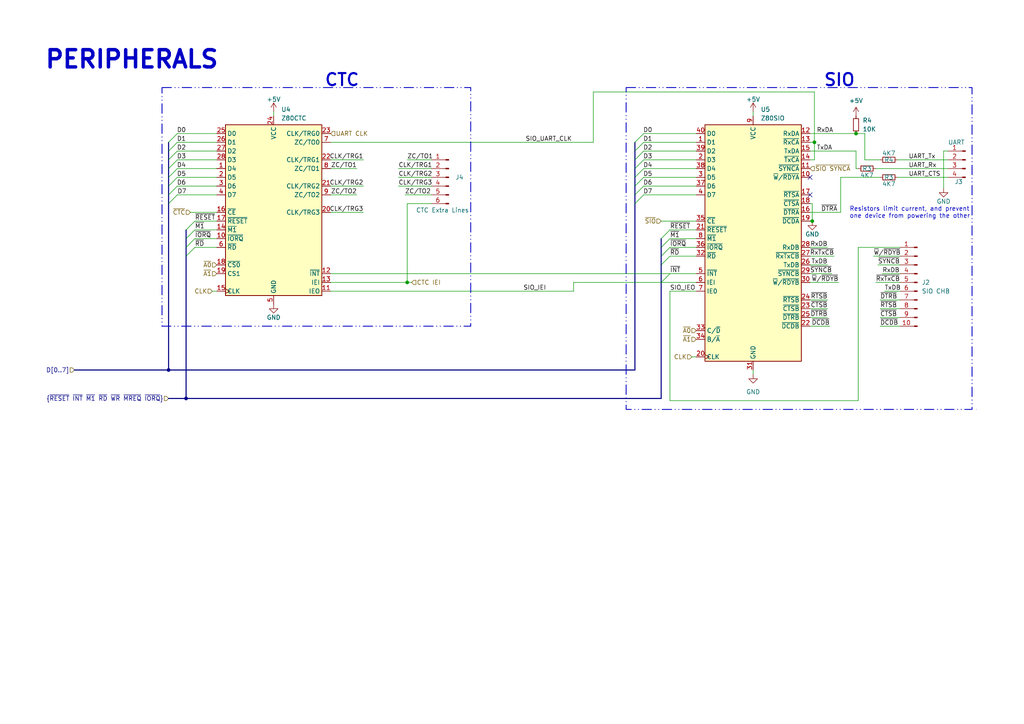
<source format=kicad_sch>
(kicad_sch (version 20230121) (generator eeschema)
  (paper "A4")
  (title_block (title "JML-8-Mini Schematic") (date "2023-10-02") (rev "A") (company "https://github.com/jac-oblong/JML") (comment 1 "Design of Z80 based microcomputer") (comment 3 "Released under MIT License") (comment 4 "Created by: Jacob Long (https://github.com/jac-oblong)"))
  (lib_symbols
    (symbol "Connector:Conn_01x04_Pin" (pin_names (offset 1.016) hide)
      (property "Reference" "J" (at 0 5.08 0))
      (property "Value" "Conn_01x04_Pin" (at 0 -7.62 0))
      (symbol "Conn_01x04_Pin_1_1"
        (polyline (pts (xy 1.27 -5.08) (xy 0.8636 -5.08)) (stroke (width 0.1524)))
        (polyline (pts (xy 1.27 -2.54) (xy 0.8636 -2.54)) (stroke (width 0.1524)))
        (polyline (pts (xy 1.27 0) (xy 0.8636 0)) (stroke (width 0.1524)))
        (polyline (pts (xy 1.27 2.54) (xy 0.8636 2.54)) (stroke (width 0.1524)))
        (rectangle (start 0.8636 -4.953) (end 0 -5.207) (stroke (width 0.1524)) (fill (type outline)))
        (rectangle (start 0.8636 -2.413) (end 0 -2.667) (stroke (width 0.1524)) (fill (type outline)))
        (rectangle (start 0.8636 0.127) (end 0 -0.127) (stroke (width 0.1524)) (fill (type outline)))
        (rectangle (start 0.8636 2.667) (end 0 2.413) (stroke (width 0.1524)) (fill (type outline)))
        (pin passive line (at 5.08 2.54 180) (length 3.81) (name "Pin_1") (number "1"))
        (pin passive line (at 5.08 0 180) (length 3.81) (name "Pin_2") (number "2"))
        (pin passive line (at 5.08 -2.54 180) (length 3.81) (name "Pin_3") (number "3"))
        (pin passive line (at 5.08 -5.08 180) (length 3.81) (name "Pin_4") (number "4"))
      )
    )
    (symbol "Connector:Conn_01x06_Pin" (pin_names (offset 1.016) hide)
      (property "Reference" "J" (at 0 7.62 0))
      (property "Value" "Conn_01x06_Pin" (at 0 -10.16 0))
      (symbol "Conn_01x06_Pin_1_1"
        (polyline (pts (xy 1.27 -7.62) (xy 0.8636 -7.62)) (stroke (width 0.1524)))
        (polyline (pts (xy 1.27 -5.08) (xy 0.8636 -5.08)) (stroke (width 0.1524)))
        (polyline (pts (xy 1.27 -2.54) (xy 0.8636 -2.54)) (stroke (width 0.1524)))
        (polyline (pts (xy 1.27 0) (xy 0.8636 0)) (stroke (width 0.1524)))
        (polyline (pts (xy 1.27 2.54) (xy 0.8636 2.54)) (stroke (width 0.1524)))
        (polyline (pts (xy 1.27 5.08) (xy 0.8636 5.08)) (stroke (width 0.1524)))
        (rectangle (start 0.8636 -7.493) (end 0 -7.747) (stroke (width 0.1524)) (fill (type outline)))
        (rectangle (start 0.8636 -4.953) (end 0 -5.207) (stroke (width 0.1524)) (fill (type outline)))
        (rectangle (start 0.8636 -2.413) (end 0 -2.667) (stroke (width 0.1524)) (fill (type outline)))
        (rectangle (start 0.8636 0.127) (end 0 -0.127) (stroke (width 0.1524)) (fill (type outline)))
        (rectangle (start 0.8636 2.667) (end 0 2.413) (stroke (width 0.1524)) (fill (type outline)))
        (rectangle (start 0.8636 5.207) (end 0 4.953) (stroke (width 0.1524)) (fill (type outline)))
        (pin passive line (at 5.08 5.08 180) (length 3.81) (name "Pin_1") (number "1"))
        (pin passive line (at 5.08 2.54 180) (length 3.81) (name "Pin_2") (number "2"))
        (pin passive line (at 5.08 0 180) (length 3.81) (name "Pin_3") (number "3"))
        (pin passive line (at 5.08 -2.54 180) (length 3.81) (name "Pin_4") (number "4"))
        (pin passive line (at 5.08 -5.08 180) (length 3.81) (name "Pin_5") (number "5"))
        (pin passive line (at 5.08 -7.62 180) (length 3.81) (name "Pin_6") (number "6"))
      )
    )
    (symbol "Connector:Conn_01x10_Pin" (pin_names (offset 1.016) hide)
      (property "Reference" "J" (at 0 12.7 0))
      (property "Value" "Conn_01x10_Pin" (at 0 -15.24 0))
      (symbol "Conn_01x10_Pin_1_1"
        (polyline (pts (xy 1.27 -12.7) (xy 0.8636 -12.7)) (stroke (width 0.1524)))
        (polyline (pts (xy 1.27 -10.16) (xy 0.8636 -10.16)) (stroke (width 0.1524)))
        (polyline (pts (xy 1.27 -7.62) (xy 0.8636 -7.62)) (stroke (width 0.1524)))
        (polyline (pts (xy 1.27 -5.08) (xy 0.8636 -5.08)) (stroke (width 0.1524)))
        (polyline (pts (xy 1.27 -2.54) (xy 0.8636 -2.54)) (stroke (width 0.1524)))
        (polyline (pts (xy 1.27 0) (xy 0.8636 0)) (stroke (width 0.1524)))
        (polyline (pts (xy 1.27 2.54) (xy 0.8636 2.54)) (stroke (width 0.1524)))
        (polyline (pts (xy 1.27 5.08) (xy 0.8636 5.08)) (stroke (width 0.1524)))
        (polyline (pts (xy 1.27 7.62) (xy 0.8636 7.62)) (stroke (width 0.1524)))
        (polyline (pts (xy 1.27 10.16) (xy 0.8636 10.16)) (stroke (width 0.1524)))
        (rectangle (start 0.8636 -12.573) (end 0 -12.827) (stroke (width 0.1524)) (fill (type outline)))
        (rectangle (start 0.8636 -10.033) (end 0 -10.287) (stroke (width 0.1524)) (fill (type outline)))
        (rectangle (start 0.8636 -7.493) (end 0 -7.747) (stroke (width 0.1524)) (fill (type outline)))
        (rectangle (start 0.8636 -4.953) (end 0 -5.207) (stroke (width 0.1524)) (fill (type outline)))
        (rectangle (start 0.8636 -2.413) (end 0 -2.667) (stroke (width 0.1524)) (fill (type outline)))
        (rectangle (start 0.8636 0.127) (end 0 -0.127) (stroke (width 0.1524)) (fill (type outline)))
        (rectangle (start 0.8636 2.667) (end 0 2.413) (stroke (width 0.1524)) (fill (type outline)))
        (rectangle (start 0.8636 5.207) (end 0 4.953) (stroke (width 0.1524)) (fill (type outline)))
        (rectangle (start 0.8636 7.747) (end 0 7.493) (stroke (width 0.1524)) (fill (type outline)))
        (rectangle (start 0.8636 10.287) (end 0 10.033) (stroke (width 0.1524)) (fill (type outline)))
        (pin passive line (at 5.08 10.16 180) (length 3.81) (name "Pin_1") (number "1"))
        (pin passive line (at 5.08 -12.7 180) (length 3.81) (name "Pin_10") (number "10"))
        (pin passive line (at 5.08 7.62 180) (length 3.81) (name "Pin_2") (number "2"))
        (pin passive line (at 5.08 5.08 180) (length 3.81) (name "Pin_3") (number "3"))
        (pin passive line (at 5.08 2.54 180) (length 3.81) (name "Pin_4") (number "4"))
        (pin passive line (at 5.08 0 180) (length 3.81) (name "Pin_5") (number "5"))
        (pin passive line (at 5.08 -2.54 180) (length 3.81) (name "Pin_6") (number "6"))
        (pin passive line (at 5.08 -5.08 180) (length 3.81) (name "Pin_7") (number "7"))
        (pin passive line (at 5.08 -7.62 180) (length 3.81) (name "Pin_8") (number "8"))
        (pin passive line (at 5.08 -10.16 180) (length 3.81) (name "Pin_9") (number "9"))
      )
    )
    (symbol "Device:R_Small" (pin_numbers hide) (pin_names (offset 0.254) hide)
      (property "Reference" "R" (at 0.762 0.508 0))
      (property "Value" "R_Small" (at 0.762 -1.016 0))
      (symbol "R_Small_0_1"
        (rectangle (start -0.762 1.778) (end 0.762 -1.778) (stroke (width 0.2032)))
      )
      (symbol "R_Small_1_1"
        (pin passive line (at 0 2.54 270) (length 0.762) (name "~") (number "1"))
        (pin passive line (at 0 -2.54 90) (length 0.762) (name "~") (number "2"))
      )
    )
    (symbol "jml-8-mini-library:Z80_CTC"
      (property "Reference" "U" (at -12.7 24.13 0))
      (property "Value" "Z80 CTC" (at 8.89 -27.94 0))
      (symbol "Z80_CTC_1_1"
        (rectangle (start -13.97 22.86) (end 13.97 -26.67) (stroke (width 0.25)) (fill (type background)))
        (pin bidirectional line (at -16.51 10.16 0) (length 2.54) (name "D4") (number "1"))
        (pin input line (at -16.51 -10.16 0) (length 2.54) (name "~{IORQ}") (number "10"))
        (pin output line (at 16.51 -25.4 180) (length 2.54) (name "IEO") (number "11"))
        (pin open_collector line (at 16.51 -20.32 180) (length 2.54) (name "~{INT}") (number "12"))
        (pin input line (at 16.51 -22.86 180) (length 2.54) (name "IEI") (number "13"))
        (pin input line (at -16.51 -7.62 0) (length 2.54) (name "~{M1}") (number "14"))
        (pin input clock (at -16.51 -25.4 0) (length 2.54) (name "CLK") (number "15"))
        (pin input line (at -16.51 -2.54 0) (length 2.54) (name "~{CE}") (number "16"))
        (pin input line (at -16.51 -5.08 0) (length 2.54) (name "~{RESET}") (number "17"))
        (pin input line (at -16.51 -17.78 0) (length 2.54) (name "~{CS0}") (number "18"))
        (pin input line (at -16.51 -20.32 0) (length 2.54) (name "CS1") (number "19"))
        (pin bidirectional line (at -16.51 7.62 0) (length 2.54) (name "D5") (number "2"))
        (pin input line (at 16.51 -2.54 180) (length 2.54) (name "CLK/TRG3") (number "20"))
        (pin input line (at 16.51 5.08 180) (length 2.54) (name "CLK/TRG2") (number "21"))
        (pin input line (at 16.51 12.7 180) (length 2.54) (name "CLK/TRG1") (number "22"))
        (pin input line (at 16.51 20.32 180) (length 2.54) (name "CLK/TRG0") (number "23"))
        (pin power_in line (at 0 25.4 270) (length 2.54) (name "VCC") (number "24"))
        (pin bidirectional line (at -16.51 20.32 0) (length 2.54) (name "D0") (number "25"))
        (pin bidirectional line (at -16.51 17.78 0) (length 2.54) (name "D1") (number "26"))
        (pin bidirectional line (at -16.51 15.24 0) (length 2.54) (name "D2") (number "27"))
        (pin bidirectional line (at -16.51 12.7 0) (length 2.54) (name "D3") (number "28"))
        (pin bidirectional line (at -16.51 5.08 0) (length 2.54) (name "D6") (number "3"))
        (pin bidirectional line (at -16.51 2.54 0) (length 2.54) (name "D7") (number "4"))
        (pin power_in line (at 0 -29.21 90) (length 2.54) (name "GND") (number "5"))
        (pin input line (at -16.51 -12.7 0) (length 2.54) (name "~{RD}") (number "6"))
        (pin output line (at 16.51 17.78 180) (length 2.54) (name "ZC/TO0") (number "7"))
        (pin output line (at 16.51 10.16 180) (length 2.54) (name "ZC/TO1") (number "8"))
        (pin output line (at 16.51 2.54 180) (length 2.54) (name "ZC/TO2") (number "9"))
      )
    )
    (symbol "jml-8-mini-library:Z80_SIO/0"
      (property "Reference" "U" (at -11.43 33.02 0))
      (property "Value" "Z80 SIO" (at 8.89 -38.1 0))
      (symbol "Z80_SIO/0_1_1"
        (rectangle (start -13.97 31.75) (end 13.97 -36.83) (stroke (width 0.25)) (fill (type background)))
        (pin bidirectional line (at -16.51 26.67 0) (length 2.54) (name "D1") (number "1"))
        (pin output line (at 16.51 16.51 180) (length 2.54) (name "~{W}/~{RDYA}") (number "10"))
        (pin bidirectional line (at 16.51 19.05 180) (length 2.54) (name "~{SYNCA}") (number "11"))
        (pin input line (at 16.51 29.21 180) (length 2.54) (name "RxDA") (number "12"))
        (pin input line (at 16.51 26.67 180) (length 2.54) (name "~{RxCA}") (number "13"))
        (pin input line (at 16.51 21.59 180) (length 2.54) (name "~{TxCA}") (number "14"))
        (pin output line (at 16.51 24.13 180) (length 2.54) (name "TxDA") (number "15"))
        (pin output line (at 16.51 6.35 180) (length 2.54) (name "~{DTRA}") (number "16"))
        (pin output line (at 16.51 11.43 180) (length 2.54) (name "~{RTSA}") (number "17"))
        (pin input line (at 16.51 8.89 180) (length 2.54) (name "~{CTSA}") (number "18"))
        (pin input line (at 16.51 3.81 180) (length 2.54) (name "~{DCDA}") (number "19"))
        (pin bidirectional line (at -16.51 21.59 0) (length 2.54) (name "D3") (number "2"))
        (pin input clock (at -16.51 -35.56 0) (length 2.54) (name "CLK") (number "20"))
        (pin input line (at -16.51 1.27 0) (length 2.54) (name "~{RESET}") (number "21"))
        (pin input line (at 16.51 -26.67 180) (length 2.54) (name "~{DCDB}") (number "22"))
        (pin input line (at 16.51 -21.59 180) (length 2.54) (name "~{CTSB}") (number "23"))
        (pin output line (at 16.51 -19.05 180) (length 2.54) (name "~{RTSB}") (number "24"))
        (pin output line (at 16.51 -24.13 180) (length 2.54) (name "~{DTRB}") (number "25"))
        (pin output line (at 16.51 -8.89 180) (length 2.54) (name "TxDB") (number "26"))
        (pin input line (at 16.51 -6.35 180) (length 2.54) (name "~{RxTxCB}") (number "27"))
        (pin input line (at 16.51 -3.81 180) (length 2.54) (name "RxDB") (number "28"))
        (pin bidirectional line (at 16.51 -11.43 180) (length 2.54) (name "~{SYNCB}") (number "29"))
        (pin bidirectional line (at -16.51 16.51 0) (length 2.54) (name "D5") (number "3"))
        (pin output line (at 16.51 -13.97 180) (length 2.54) (name "~{W}/~{RDYB}") (number "30"))
        (pin power_in line (at 0 -39.37 90) (length 2.54) (name "GND") (number "31"))
        (pin input line (at -16.51 -6.35 0) (length 2.54) (name "~{RD}") (number "32"))
        (pin input line (at -16.51 -27.94 0) (length 2.54) (name "C/~{D}") (number "33"))
        (pin input line (at -16.51 -30.48 0) (length 2.54) (name "B/~{A}") (number "34"))
        (pin input line (at -16.51 3.81 0) (length 2.54) (name "~{CE}") (number "35"))
        (pin input line (at -16.51 -3.81 0) (length 2.54) (name "~{IORQ}") (number "36"))
        (pin bidirectional line (at -16.51 13.97 0) (length 2.54) (name "D6") (number "37"))
        (pin bidirectional line (at -16.51 19.05 0) (length 2.54) (name "D4") (number "38"))
        (pin bidirectional line (at -16.51 24.13 0) (length 2.54) (name "D2") (number "39"))
        (pin bidirectional line (at -16.51 11.43 0) (length 2.54) (name "D7") (number "4"))
        (pin bidirectional line (at -16.51 29.21 0) (length 2.54) (name "D0") (number "40"))
        (pin open_collector line (at -16.51 -11.43 0) (length 2.54) (name "~{INT}") (number "5"))
        (pin input line (at -16.51 -13.97 0) (length 2.54) (name "IEI") (number "6"))
        (pin output line (at -16.51 -16.51 0) (length 2.54) (name "IE0") (number "7"))
        (pin input line (at -16.51 -1.27 0) (length 2.54) (name "~{M1}") (number "8"))
        (pin power_in line (at 0 34.29 270) (length 2.54) (name "VCC") (number "9"))
      )
    )
    (symbol "power:+5V" (power) (pin_names (offset 0))
      (property "Value" "+5V" (at 0 3.556 0))
      (symbol "+5V_0_1"
        (polyline (pts (xy -0.762 1.27) (xy 0 2.54)))
        (polyline (pts (xy 0 0) (xy 0 2.54)))
        (polyline (pts (xy 0 2.54) (xy 0.762 1.27)))
      )
      (symbol "+5V_1_1"
        (pin power_in line (at 0 0 90) (length 0) hide (name "+5V") (number "1"))
      )
    )
    (symbol "power:GND" (power) (pin_names (offset 0))
      (property "Value" "GND" (at 0 -3.81 0))
      (symbol "GND_0_1"
        (polyline (pts (xy 0 0) (xy 0 -1.27) (xy 1.27 -1.27) (xy 0 -2.54) (xy -1.27 -1.27) (xy 0 -1.27)))
      )
      (symbol "GND_1_1"
        (pin power_in line (at 0 0 270) (length 0) hide (name "GND") (number "1"))
      )
    )
  )
  (junction (at 248.285 38.735))
  (junction (at 236.22 41.275))
  (junction (at 53.975 115.57))
  (junction (at 48.895 107.315))
  (junction (at 118.11 81.915))
  (junction (at 235.585 64.135))
  (no_connect (at 234.95 56.515))
  (no_connect (at 234.95 51.435))
  (bus_entry (at 186.69 56.515) (size -2.54 2.54))
  (bus_entry (at 186.69 48.895) (size -2.54 2.54))
  (bus_entry (at 186.69 53.975) (size -2.54 2.54))
  (bus_entry (at 56.515 66.675) (size -2.54 2.54))
  (bus_entry (at 51.435 46.355) (size -2.54 2.54))
  (bus_entry (at 51.435 43.815) (size -2.54 2.54))
  (bus_entry (at 191.77 81.915) (size 2.54 -2.54))
  (bus_entry (at 56.515 69.215) (size -2.54 2.54))
  (bus_entry (at 194.31 74.295) (size -2.54 2.54))
  (bus_entry (at 194.31 71.755) (size -2.54 2.54))
  (bus_entry (at 194.31 69.215) (size -2.54 2.54))
  (bus_entry (at 51.435 38.735) (size -2.54 2.54))
  (bus_entry (at 186.69 46.355) (size -2.54 2.54))
  (bus_entry (at 194.31 66.675) (size -2.54 2.54))
  (bus_entry (at 51.435 53.975) (size -2.54 2.54))
  (bus_entry (at 56.515 64.135) (size -2.54 2.54))
  (bus_entry (at 186.69 51.435) (size -2.54 2.54))
  (bus_entry (at 186.69 43.815) (size -2.54 2.54))
  (bus_entry (at 56.515 71.755) (size -2.54 2.54))
  (bus_entry (at 51.435 56.515) (size -2.54 2.54))
  (bus_entry (at 186.69 41.275) (size -2.54 2.54))
  (bus_entry (at 51.435 51.435) (size -2.54 2.54))
  (bus_entry (at 186.69 38.735) (size -2.54 2.54))
  (bus_entry (at 51.435 41.275) (size -2.54 2.54))
  (bus_entry (at 51.435 48.895) (size -2.54 2.54))
  (wire (pts (xy 201.93 51.435) (xy 186.69 51.435)))
  (bus (pts (xy 48.895 41.275) (xy 48.895 43.815)))
  (wire (pts (xy 61.595 84.455) (xy 62.865 84.455)))
  (wire (pts (xy 250.825 38.735) (xy 250.825 46.355)))
  (wire (pts (xy 248.285 48.895) (xy 248.285 43.815)))
  (wire (pts (xy 95.885 79.375) (xy 194.31 79.375)))
  (bus (pts (xy 21.59 107.315) (xy 48.895 107.315)))
  (wire (pts (xy 201.93 43.815) (xy 186.69 43.815)))
  (bus (pts (xy 184.15 48.895) (xy 184.15 51.435)))
  (wire (pts (xy 166.37 81.915) (xy 191.77 81.915)))
  (wire (pts (xy 56.515 71.755) (xy 62.865 71.755)))
  (bus (pts (xy 191.77 69.215) (xy 191.77 71.755)))
  (wire (pts (xy 234.95 74.295) (xy 241.935 74.295)))
  (wire (pts (xy 118.11 59.055) (xy 118.11 81.915)))
  (wire (pts (xy 235.585 59.055) (xy 235.585 64.135)))
  (wire (pts (xy 79.375 32.385) (xy 79.375 33.655)))
  (wire (pts (xy 201.93 38.735) (xy 186.69 38.735)))
  (bus (pts (xy 191.77 74.295) (xy 191.77 76.835)))
  (wire (pts (xy 236.22 46.355) (xy 236.22 41.275)))
  (wire (pts (xy 51.435 56.515) (xy 62.865 56.515)))
  (wire (pts (xy 234.95 59.055) (xy 235.585 59.055)))
  (wire (pts (xy 194.31 71.755) (xy 201.93 71.755)))
  (wire (pts (xy 62.865 53.975) (xy 51.435 53.975)))
  (wire (pts (xy 166.37 84.455) (xy 166.37 81.915)))
  (bus (pts (xy 191.77 81.915) (xy 191.77 115.57)))
  (wire (pts (xy 62.865 43.815) (xy 51.435 43.815)))
  (bus (pts (xy 53.975 71.755) (xy 53.975 74.295)))
  (wire (pts (xy 243.84 51.435) (xy 255.27 51.435)))
  (wire (pts (xy 274.955 43.815) (xy 273.685 43.815)))
  (wire (pts (xy 172.085 26.67) (xy 236.22 26.67)))
  (wire (pts (xy 234.95 79.375) (xy 241.3 79.375)))
  (bus (pts (xy 48.895 59.055) (xy 48.895 56.515)))
  (wire (pts (xy 201.93 56.515) (xy 186.69 56.515)))
  (wire (pts (xy 234.95 94.615) (xy 240.665 94.615)))
  (wire (pts (xy 56.515 66.675) (xy 62.865 66.675)))
  (wire (pts (xy 194.31 66.675) (xy 201.93 66.675)))
  (wire (pts (xy 255.905 79.375) (xy 260.985 79.375)))
  (wire (pts (xy 95.885 84.455) (xy 166.37 84.455)))
  (bus (pts (xy 48.895 107.315) (xy 48.895 59.055)))
  (wire (pts (xy 248.92 116.205) (xy 248.92 71.755)))
  (wire (pts (xy 62.865 46.355) (xy 51.435 46.355)))
  (bus (pts (xy 184.15 41.275) (xy 184.15 43.815)))
  (bus (pts (xy 48.895 107.315) (xy 184.15 107.315)))
  (wire (pts (xy 194.31 84.455) (xy 194.31 116.205)))
  (wire (pts (xy 95.885 41.275) (xy 172.085 41.275)))
  (bus (pts (xy 48.895 43.815) (xy 48.895 46.355)))
  (wire (pts (xy 201.93 41.275) (xy 186.69 41.275)))
  (wire (pts (xy 62.865 38.735) (xy 51.435 38.735)))
  (wire (pts (xy 248.285 48.895) (xy 248.92 48.895)))
  (bus (pts (xy 184.15 56.515) (xy 184.15 59.055)))
  (bus (pts (xy 53.975 74.295) (xy 53.975 115.57)))
  (bus (pts (xy 48.895 115.57) (xy 53.975 115.57)))
  (wire (pts (xy 234.95 86.995) (xy 240.03 86.995)))
  (wire (pts (xy 234.95 38.735) (xy 248.285 38.735)))
  (wire (pts (xy 115.57 51.435) (xy 125.095 51.435)))
  (wire (pts (xy 218.44 107.315) (xy 218.44 108.585)))
  (wire (pts (xy 201.93 53.975) (xy 186.69 53.975)))
  (wire (pts (xy 236.22 41.275) (xy 234.95 41.275)))
  (wire (pts (xy 201.93 48.895) (xy 186.69 48.895)))
  (bus (pts (xy 53.975 115.57) (xy 191.77 115.57)))
  (wire (pts (xy 191.77 64.135) (xy 201.93 64.135)))
  (wire (pts (xy 62.865 51.435) (xy 51.435 51.435)))
  (wire (pts (xy 119.38 81.915) (xy 118.11 81.915)))
  (wire (pts (xy 115.57 48.895) (xy 125.095 48.895)))
  (wire (pts (xy 56.515 64.135) (xy 62.865 64.135)))
  (bus (pts (xy 53.975 69.215) (xy 53.975 71.755)))
  (wire (pts (xy 250.825 46.355) (xy 255.27 46.355)))
  (wire (pts (xy 254 81.915) (xy 260.985 81.915)))
  (wire (pts (xy 194.31 84.455) (xy 201.93 84.455)))
  (wire (pts (xy 95.885 48.895) (xy 103.505 48.895)))
  (wire (pts (xy 234.95 92.075) (xy 240.03 92.075)))
  (wire (pts (xy 200.66 103.505) (xy 201.93 103.505)))
  (bus (pts (xy 184.15 51.435) (xy 184.15 53.975)))
  (wire (pts (xy 194.31 116.205) (xy 248.92 116.205)))
  (wire (pts (xy 172.085 41.275) (xy 172.085 26.67)))
  (wire (pts (xy 117.475 56.515) (xy 125.095 56.515)))
  (bus (pts (xy 48.895 46.355) (xy 48.895 48.895)))
  (wire (pts (xy 194.31 74.295) (xy 201.93 74.295)))
  (bus (pts (xy 48.895 51.435) (xy 48.895 53.975)))
  (bus (pts (xy 48.895 53.975) (xy 48.895 56.515)))
  (wire (pts (xy 234.95 89.535) (xy 240.03 89.535)))
  (wire (pts (xy 260.35 51.435) (xy 274.955 51.435)))
  (bus (pts (xy 53.975 66.675) (xy 53.975 69.215)))
  (bus (pts (xy 184.15 43.815) (xy 184.15 46.355)))
  (bus (pts (xy 191.77 81.915) (xy 191.77 76.835)))
  (wire (pts (xy 243.84 51.435) (xy 243.84 61.595)))
  (wire (pts (xy 260.985 89.535) (xy 255.27 89.535)))
  (wire (pts (xy 248.92 71.755) (xy 260.985 71.755)))
  (wire (pts (xy 234.95 76.835) (xy 240.03 76.835)))
  (bus (pts (xy 191.77 71.755) (xy 191.77 74.295)))
  (wire (pts (xy 95.885 53.975) (xy 105.41 53.975)))
  (wire (pts (xy 234.95 61.595) (xy 243.84 61.595)))
  (wire (pts (xy 256.54 84.455) (xy 260.985 84.455)))
  (wire (pts (xy 260.985 86.995) (xy 255.27 86.995)))
  (wire (pts (xy 273.685 43.815) (xy 273.685 54.61)))
  (wire (pts (xy 234.95 64.135) (xy 235.585 64.135)))
  (wire (pts (xy 115.57 53.975) (xy 125.095 53.975)))
  (wire (pts (xy 248.285 43.815) (xy 234.95 43.815)))
  (wire (pts (xy 254 48.895) (xy 274.955 48.895)))
  (wire (pts (xy 236.22 26.67) (xy 236.22 41.275)))
  (wire (pts (xy 260.985 94.615) (xy 255.27 94.615)))
  (wire (pts (xy 95.885 46.355) (xy 105.41 46.355)))
  (wire (pts (xy 194.31 69.215) (xy 201.93 69.215)))
  (wire (pts (xy 56.515 69.215) (xy 62.865 69.215)))
  (wire (pts (xy 234.95 81.915) (xy 243.205 81.915)))
  (bus (pts (xy 184.15 53.975) (xy 184.15 56.515)))
  (wire (pts (xy 234.95 71.755) (xy 240.03 71.755)))
  (wire (pts (xy 62.865 48.895) (xy 51.435 48.895)))
  (wire (pts (xy 234.95 46.355) (xy 236.22 46.355)))
  (bus (pts (xy 184.15 46.355) (xy 184.15 48.895)))
  (wire (pts (xy 250.825 38.735) (xy 248.285 38.735)))
  (wire (pts (xy 95.885 81.915) (xy 118.11 81.915)))
  (bus (pts (xy 184.15 59.055) (xy 184.15 107.315)))
  (wire (pts (xy 260.985 92.075) (xy 255.27 92.075)))
  (wire (pts (xy 95.885 61.595) (xy 105.41 61.595)))
  (wire (pts (xy 201.93 46.355) (xy 186.69 46.355)))
  (wire (pts (xy 260.35 46.355) (xy 274.955 46.355)))
  (wire (pts (xy 125.095 59.055) (xy 118.11 59.055)))
  (wire (pts (xy 194.31 79.375) (xy 201.93 79.375)))
  (wire (pts (xy 218.44 32.385) (xy 218.44 33.655)))
  (wire (pts (xy 55.245 61.595) (xy 62.865 61.595)))
  (wire (pts (xy 191.77 81.915) (xy 201.93 81.915)))
  (wire (pts (xy 253.365 74.295) (xy 260.985 74.295)))
  (bus (pts (xy 48.895 48.895) (xy 48.895 51.435)))
  (wire (pts (xy 62.865 41.275) (xy 51.435 41.275)))
  (wire (pts (xy 118.11 46.355) (xy 125.095 46.355)))
  (wire (pts (xy 254.635 76.835) (xy 260.985 76.835)))
  (wire (pts (xy 95.885 56.515) (xy 103.505 56.515)))
  (rectangle (start 181.61 25.4) (end 281.94 118.745) (stroke (width 0.25) (type dash_dot_dot)))
  (rectangle (start 283.21 118.745) (end 283.21 118.745))
  (rectangle (start 46.99 25.4) (end 136.525 94.615) (stroke (width 0.25) (type dash_dot_dot)))
  (text "Resistors limit current, and prevent \none device from powering the other" (at 246.38 63.5 0) (effects (font (size 1.27 1.27)) (justify left bottom)))
  (text "CTC" (at 93.98 25.4 0) (effects (font (size 3.5 3.5) (thickness 0.6) bold) (justify left bottom)))
  (text "SIO" (at 238.76 25.4 0) (effects (font (size 3.5 3.5) (thickness 0.6) bold) (justify left bottom)))
  (text "PERIPHERALS" (at 12.7 20.32 0) (effects (font (size 5 5) (thickness 1) bold) (justify left bottom)))
  (label "~{DTRA}" (at 238.125 61.595 0))
  (label "~{W}{slash}~{RDYB}" (at 253.365 74.295 0))
  (label "~{DTRB}" (at 255.27 86.995 0))
  (label "CLK{slash}TRG3" (at 105.41 61.595 180))
  (label "D6" (at 189.23 53.975 180))
  (label "CLK{slash}TRG2" (at 105.41 53.975 180))
  (label "TxDA" (at 236.855 43.815 0))
  (label "RxDB" (at 240.03 71.755 180))
  (label "~{DTRB}" (at 240.03 92.075 180))
  (label "RxDA" (at 236.855 38.735 0))
  (label "D3" (at 53.975 46.355 180))
  (label "~{SYNCB}" (at 254.635 76.835 0))
  (label "ZC{slash}TO1" (at 118.11 46.355 0))
  (label "D3" (at 189.23 46.355 180))
  (label "~{RESET}" (at 194.31 66.675 0))
  (label "~{DCDB}" (at 255.27 94.615 0))
  (label "~{RTSB}" (at 255.27 89.535 0))
  (label "D4" (at 189.23 48.895 180))
  (label "D0" (at 53.975 38.735 180))
  (label "ZC{slash}TO2" (at 103.505 56.515 180))
  (label "CLK{slash}TRG1" (at 105.41 46.355 180))
  (label "~{IORQ}" (at 56.515 69.215 0))
  (label "~{RD}" (at 56.515 71.755 0))
  (label "D7" (at 51.435 56.515 0))
  (label "~{M1}" (at 56.515 66.675 0))
  (label "~{CTSB}" (at 255.27 92.075 0))
  (label "~{RxTxCB}" (at 241.935 74.295 180))
  (label "~{W}{slash}~{RDYB}" (at 243.205 81.915 180))
  (label "~{IORQ}" (at 194.31 71.755 0))
  (label "RxDB" (at 255.905 79.375 0))
  (label "~{SYNCB}" (at 241.3 79.375 180))
  (label "~{RD}" (at 194.31 74.295 0))
  (label "TxDB" (at 240.03 76.835 180))
  (label "D7" (at 189.23 56.515 180))
  (label "D5" (at 53.975 51.435 180))
  (label "~{RESET}" (at 56.515 64.135 0))
  (label "UART_Tx" (at 263.525 46.355 0))
  (label "CLK{slash}TRG3" (at 115.57 53.975 0))
  (label "D2" (at 189.23 43.815 180))
  (label "~{RTSB}" (at 240.03 86.995 180))
  (label "D0" (at 189.23 38.735 180))
  (label "~{RxTxCB}" (at 254 81.915 0))
  (label "D5" (at 189.23 51.435 180))
  (label "ZC{slash}TO2" (at 117.475 56.515 0))
  (label "SIO_IEO" (at 194.31 84.455 0))
  (label "SIO_IEI" (at 151.765 84.455 0))
  (label "D6" (at 53.975 53.975 180))
  (label "D4" (at 53.975 48.895 180))
  (label "D1" (at 53.975 41.275 180))
  (label "~{CTSB}" (at 240.03 89.535 180))
  (label "~{M1}" (at 194.31 69.215 0))
  (label "D1" (at 189.23 41.275 180))
  (label "CLK{slash}TRG1" (at 115.57 48.895 0))
  (label "SIO_UART_CLK" (at 152.4 41.275 0))
  (label "UART_Rx" (at 263.525 48.895 0))
  (label "UART_CTS" (at 263.525 51.435 0))
  (label "~{DCDB}" (at 240.665 94.615 180))
  (label "D2" (at 53.975 43.815 180))
  (label "~{INT}" (at 194.31 79.375 0))
  (label "TxDB" (at 256.54 84.455 0))
  (label "ZC{slash}TO1" (at 103.505 48.895 180))
  (label "CLK{slash}TRG2" (at 115.57 51.435 0))
  (hierarchical_label "{~{RESET} ~{INT} ~{M1} ~{RD} ~{WR} ~{MREQ} ~{IORQ}}" (shape input) (at 48.895 115.57 180))
  (hierarchical_label "~{A1}" (shape input) (at 62.865 79.375 180))
  (hierarchical_label "~{A0}" (shape input) (at 201.93 95.885 180))
  (hierarchical_label "~{CTC}" (shape input) (at 55.245 61.595 180))
  (hierarchical_label "CLK" (shape input) (at 61.595 84.455 180))
  (hierarchical_label "~{A0}" (shape input) (at 62.865 76.835 180))
  (hierarchical_label "UART CLK" (shape input) (at 95.885 38.735 0))
  (hierarchical_label "~{SIO SYNCA}" (shape input) (at 234.95 48.895 0))
  (hierarchical_label "CLK" (shape input) (at 200.66 103.505 180))
  (hierarchical_label "~{A1}" (shape input) (at 201.93 98.425 180))
  (hierarchical_label "D[0..7]" (shape input) (at 21.59 107.315 180))
  (hierarchical_label "~{SIO}" (shape input) (at 191.77 64.135 180))
  (hierarchical_label "CTC IEI" (shape input) (at 119.38 81.915 0))
  (symbol (lib_id "power:GND") (at 79.375 88.265 0) (unit 1)
    (property "Reference" "#PWR010" (effects hide))
    (property "Value" "GND" (at 79.375 92.075 0))
    (instances (project "jml-8-mini" (path "" (reference "#PWR010") (unit 1)) (path "" (reference "#PWR03") (unit 1))))
  )
  (symbol (lib_id "Device:R_Small") (at 257.81 51.435 270) (unit 1)
    (property "Reference" "R3" (at 257.81 51.435 90))
    (property "Value" "4K7" (at 257.81 53.34 90))
    (property "Footprint" "Resistor_THT:R_Axial_DIN0207_L6.3mm_D2.5mm_P7.62mm_Horizontal" (effects hide))
  )
  (symbol (lib_id "Device:R_Small") (at 257.81 46.355 270) (unit 1)
    (property "Reference" "R4" (at 257.81 46.355 90))
    (property "Value" "4K7" (at 257.81 44.45 90))
    (property "Footprint" "Resistor_THT:R_Axial_DIN0207_L6.3mm_D2.5mm_P7.62mm_Horizontal" (effects hide))
    (instances (project "jml-8-mini" (path "" (reference "R4") (unit 1)) (path "" (reference "R1") (unit 1))))
  )
  (symbol (lib_id "Connector:Conn_01x06_Pin") (at 130.175 51.435 0) (mirror y) (unit 1)
    (property "Reference" "J4" (at 132.08 51.435 0) (effects (justify right)))
    (property "Value" "CTC Extra Lines" (at 120.65 60.96 0) (effects (justify right)))
    (property "Footprint" "Connector_PinHeader_2.54mm:PinHeader_1x06_P2.54mm_Vertical" (effects hide))
  )
  (symbol (lib_id "power:+5V") (at 218.44 32.385 0) (unit 1)
    (property "Reference" "#PWR?" (effects hide))
    (property "Value" "+5V" (at 218.44 28.829 0))
    (instances (project "jml-8-mini" (path "" (reference "#PWR?") (unit 1)) (path "" (reference "#PWR010") (unit 1))))
  )
  (symbol (lib_id "Device:R_Small") (at 248.285 36.195 0) (unit 1)
    (property "Reference" "R4" (at 250.19 34.925 0) (effects (justify left)))
    (property "Value" "10K" (at 250.19 37.465 0) (effects (justify left)))
    (property "Footprint" "Resistor_THT:R_Axial_DIN0207_L6.3mm_D2.5mm_P7.62mm_Horizontal" (effects hide))
  )
  (symbol (lib_id "Device:R_Small") (at 251.46 48.895 270) (unit 1)
    (property "Reference" "R3" (at 251.46 48.895 90))
    (property "Value" "4K7" (at 251.46 50.8 90))
    (property "Footprint" "Resistor_THT:R_Axial_DIN0207_L6.3mm_D2.5mm_P7.62mm_Horizontal" (effects hide))
    (instances (project "jml-8-mini" (path "" (reference "R3") (unit 1)) (path "" (reference "R2") (unit 1))))
  )
  (symbol (lib_id "Connector:Conn_01x10_Pin") (at 266.065 81.915 0) (mirror y) (unit 1)
    (property "Reference" "J2" (at 267.335 81.915 0) (effects (justify right)))
    (property "Value" "SIO CHB" (at 267.335 84.455 0) (effects (justify right)))
    (property "Footprint" "Connector_PinHeader_2.54mm:PinHeader_1x10_P2.54mm_Vertical" (effects hide))
  )
  (symbol (lib_id "power:GND") (at 235.585 64.135 0) (unit 1)
    (property "Reference" "#PWR01" (effects hide))
    (property "Value" "GND" (at 235.585 67.945 0))
    (instances (project "jml-8-mini" (path "" (reference "#PWR01") (unit 1)) (path "" (reference "#PWR015") (unit 1))))
  )
  (symbol (lib_id "Connector:Conn_01x04_Pin") (at 280.035 46.355 0) (mirror y) (unit 1)
    (property "Reference" "J3" (at 276.86 52.705 0) (effects (justify right)))
    (property "Value" "UART" (at 274.955 41.275 0) (effects (justify right)))
    (property "Footprint" "Connector_PinHeader_2.54mm:PinHeader_1x04_P2.54mm_Horizontal" (effects hide))
  )
  (symbol (lib_id "jml-8-mini-library:Z80_SIO/0") (at 218.44 67.945 0) (unit 1)
    (property "Reference" "U5" (at 220.6341 31.75 0) (effects (justify left)))
    (property "Value" "Z80SIO" (at 220.6341 34.29 0) (effects (justify left)))
    (property "Footprint" "Package_DIP:DIP-40_W15.24mm_Socket_LongPads" (effects hide))
  )
  (symbol (lib_id "power:+5V") (at 248.285 33.655 0) (unit 1)
    (property "Reference" "#PWR017" (effects hide))
    (property "Value" "+5V" (at 248.285 29.21 0))
  )
  (symbol (lib_id "power:GND") (at 273.685 54.61 0) (unit 1)
    (property "Reference" "#PWR04" (effects hide))
    (property "Value" "GND" (at 273.685 58.42 0))
    (instances (project "jml-8-mini" (path "" (reference "#PWR04") (unit 1)) (path "" (reference "#PWR020") (unit 1))))
  )
  (symbol (lib_id "power:+5V") (at 79.375 32.385 0) (unit 1)
    (property "Reference" "#PWR?" (effects hide))
    (property "Value" "+5V" (at 79.375 28.829 0))
    (instances (project "jml-8-mini" (path "" (reference "#PWR?") (unit 1)) (path "" (reference "#PWR01") (unit 1))))
  )
  (symbol (lib_id "jml-8-mini-library:Z80_CTC") (at 79.375 59.055 0) (unit 1)
    (property "Reference" "U4" (at 81.5691 31.75 0) (effects (justify left)))
    (property "Value" "Z80CTC" (at 81.5691 34.29 0) (effects (justify left)))
    (property "Footprint" "Package_DIP:DIP-28_W15.24mm_Socket_LongPads" (effects hide))
  )
  (symbol (lib_id "power:GND") (at 218.44 108.585 0) (unit 1)
    (property "Reference" "#PWR011" (effects hide))
    (property "Value" "GND" (at 218.44 113.665 0))
  )
)
</source>
